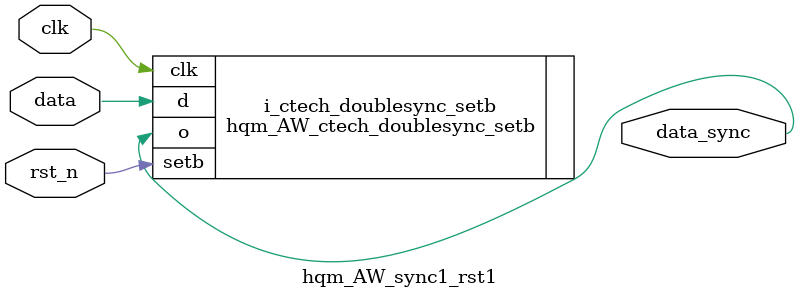
<source format=sv>

module hqm_AW_sync1_rst1
(
     input  logic               clk
    ,input  logic               rst_n
    ,input  logic               data

    ,output logic               data_sync
);

//-----------------------------------------------------------------------------------------------------
// collage-pragma translate_off


  hqm_AW_ctech_doublesync_setb i_ctech_doublesync_setb (

     .clk   (clk)
    ,.setb  (rst_n)
    ,.d     (data)

    ,.o     (data_sync)
  );

// collage-pragma translate_on
endmodule // AW_sync1_rst1


</source>
